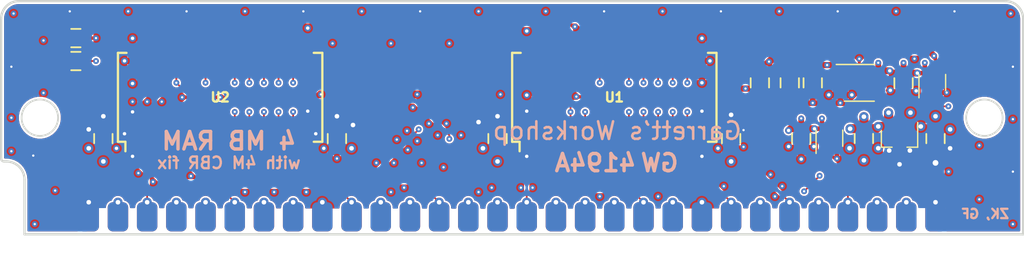
<source format=kicad_pcb>
(kicad_pcb (version 20171130) (host pcbnew "(5.1.10-1-10_14)")
  (title_block (title GW4194A) (date 2021-06-19) (rev 1.0-SOJ) (company "Garrett's Workshop"))
  (layers (0 F.Cu signal) (1 In1.Cu power) (2 In2.Cu signal) (31 B.Cu power) (34 B.Paste user) (35 F.Paste user) (36 B.SilkS user) (37 F.SilkS user) (38 B.Mask user) (39 F.Mask user) (44 Edge.Cuts user))
  (net 0 "")
  (net 1 +5V)
  (net 2 /D0)
  (net 3 /D1)
  (net 4 /~WE~)
  (net 5 /~RAS~)
  (net 6 /~CAS~)
  (net 7 /D2)
  (net 8 /D3)
  (net 9 GND)
  (net 10 /D4)
  (net 11 /D5)
  (net 12 /D6)
  (net 13 /A11)
  (net 14 /D7)
  (net 15 /QP)
  (net 16 /~CASP~)
  (net 17 /DP)
  (net 18 /1A0)
  (net 19 /1A1)
  (net 20 /1A2)
  (net 21 /1A3)
  (net 22 /1A4)
  (net 23 /1A5)
  (net 24 /1A6)
  (net 25 /1A7)
  (net 26 /1A8)
  (net 27 /1A10)
  (net 28 /1A9)
  (net 29 /~RWE~)
  (net 30 /~OE~)
  (net 31 /~WEE~)
  (net 32 "Net-(U4-Pad5)")
  (net 33 +3V3)
  (net 34 "Net-(R3-Pad2)")
  (net 35 "Net-(R4-Pad2)")
  (net 36 "Net-(C9-Pad1)")
  (module stdpads:NXP_TSSOP-8_3x3mm_P0.65mm (layer F.Cu) (at 150.85 88.4)
    (fp_text reference U4)
    (fp_text value 74LVC1G74DC)
    (pad 8 smd roundrect (at 1.65 -1.05) (size 1.15 0.6) (layers F.Cu F.Paste F.Mask) (net 33 +3V3))
    (pad 7 smd roundrect (at 1.65 -0.325) (size 1.15 0.45) (layers F.Cu F.Paste F.Mask) (net 33 +3V3))
    (pad 6 smd roundrect (at 1.65 0.325) (size 1.15 0.45) (layers F.Cu F.Paste F.Mask) (net 34 "Net-(R3-Pad2)"))
    (pad 5 smd roundrect (at 1.65 1.05) (size 1.15 0.6) (layers F.Cu F.Paste F.Mask) (net 32 "Net-(U4-Pad5)"))
    (pad 4 smd roundrect (at -1.65 1.05) (size 1.15 0.6) (layers F.Cu F.Paste F.Mask) (net 9 GND))
    (pad 3 smd roundrect (at -1.65 0.325) (size 1.15 0.4) (layers F.Cu F.Paste F.Mask) (net 31 /~WEE~))
    (pad 2 smd roundrect (at -1.65 -0.325) (size 1.15 0.4) (layers F.Cu F.Paste F.Mask) (net 6 /~CAS~))
    (pad 1 smd roundrect (at -1.65 -1.05) (size 1.15 0.6) (layers F.Cu F.Paste F.Mask) (net 36 "Net-(C9-Pad1)"))
  )
  (module stdpads:SIMM-30_Edge (layer F.Cu) (at 120.65 99.822)
    (fp_text reference J1)
    (fp_text value DRAM-SIMM-30)
    (pad 1 smd roundrect (at -36.83 0.254) (size 1.778 2.54) (layers B.Cu B.Mask) (net 1 +5V))
    (pad 1 smd roundrect (at -36.83 0.254) (size 1.778 2.54) (layers F.Cu F.Mask) (net 1 +5V))
    (pad 2 smd roundrect (at -34.29 0.254) (size 1.778 2.54) (layers B.Cu B.Mask) (net 6 /~CAS~))
    (pad 3 smd roundrect (at -31.75 0.254) (size 1.778 2.54) (layers B.Cu B.Mask) (net 2 /D0))
    (pad 4 smd roundrect (at -29.21 0.254) (size 1.778 2.54) (layers B.Cu B.Mask) (net 22 /1A4))
    (pad 5 smd roundrect (at -26.67 0.254) (size 1.778 2.54) (layers B.Cu B.Mask) (net 21 /1A3))
    (pad 6 smd roundrect (at -24.13 0.254) (size 1.778 2.54) (layers B.Cu B.Mask) (net 3 /D1))
    (pad 7 smd roundrect (at -21.59 0.254) (size 1.778 2.54) (layers B.Cu B.Mask) (net 23 /1A5))
    (pad 8 smd roundrect (at -19.05 0.254) (size 1.778 2.54) (layers B.Cu B.Mask) (net 20 /1A2))
    (pad 9 smd roundrect (at -16.51 0.254) (size 1.778 2.54) (layers B.Cu B.Mask) (net 9 GND))
    (pad 10 smd roundrect (at -13.97 0.254) (size 1.778 2.54) (layers B.Cu B.Mask) (net 7 /D2))
    (pad 11 smd roundrect (at -11.43 0.254) (size 1.778 2.54) (layers B.Cu B.Mask) (net 24 /1A6))
    (pad 12 smd roundrect (at -8.89 0.254) (size 1.778 2.54) (layers B.Cu B.Mask) (net 19 /1A1))
    (pad 13 smd roundrect (at -6.35 0.254) (size 1.778 2.54) (layers B.Cu B.Mask) (net 8 /D3))
    (pad 14 smd roundrect (at -3.81 0.254) (size 1.778 2.54) (layers B.Cu B.Mask) (net 25 /1A7))
    (pad 15 smd roundrect (at -1.27 0.254) (size 1.778 2.54) (layers B.Cu B.Mask) (net 18 /1A0))
    (pad 16 smd roundrect (at 1.27 0.254) (size 1.778 2.54) (layers B.Cu B.Mask) (net 10 /D4))
    (pad 17 smd roundrect (at 3.81 0.254) (size 1.778 2.54) (layers B.Cu B.Mask) (net 26 /1A8))
    (pad 18 smd roundrect (at 6.35 0.254) (size 1.778 2.54) (layers B.Cu B.Mask) (net 27 /1A10))
    (pad 19 smd roundrect (at 8.89 0.254) (size 1.778 2.54) (layers B.Cu B.Mask) (net 28 /1A9))
    (pad 20 smd roundrect (at 11.43 0.254) (size 1.778 2.54) (layers B.Cu B.Mask) (net 11 /D5))
    (pad 21 smd roundrect (at 13.97 0.254) (size 1.778 2.54) (layers B.Cu B.Mask) (net 4 /~WE~))
    (pad 22 smd roundrect (at 16.51 0.254) (size 1.778 2.54) (layers B.Cu B.Mask) (net 9 GND))
    (pad 23 smd roundrect (at 19.05 0.254) (size 1.778 2.54) (layers B.Cu B.Mask) (net 12 /D6))
    (pad 24 smd roundrect (at 21.59 0.254) (size 1.778 2.54) (layers B.Cu B.Mask) (net 13 /A11))
    (pad 25 smd roundrect (at 24.13 0.254) (size 1.778 2.54) (layers B.Cu B.Mask) (net 14 /D7))
    (pad 26 smd roundrect (at 26.67 0.254) (size 1.778 2.54) (layers B.Cu B.Mask) (net 15 /QP))
    (pad 27 smd roundrect (at 29.21 0.254) (size 1.778 2.54) (layers B.Cu B.Mask) (net 5 /~RAS~))
    (pad 28 smd roundrect (at 31.75 0.254) (size 1.778 2.54) (layers B.Cu B.Mask) (net 16 /~CASP~))
    (pad 29 smd roundrect (at 34.29 0.254) (size 1.778 2.54) (layers B.Cu B.Mask) (net 17 /DP))
    (pad 30 smd roundrect (at 36.83 0.254) (size 1.778 2.54) (layers B.Cu B.Mask) (net 1 +5V))
    (pad 2 smd roundrect (at -34.29 0.254) (size 1.778 2.54) (layers F.Cu F.Mask) (net 6 /~CAS~))
    (pad 3 thru_hole circle (at -31.75 -1.016) (size 0.8 0.8) (drill 0.4) (layers *.Cu *.Mask) (net 2 /D0))
    (pad 11 smd roundrect (at -11.43 0.254) (size 1.778 2.54) (layers F.Cu F.Mask) (net 24 /1A6))
    (pad 5 smd roundrect (at -26.67 0.254) (size 1.778 2.54) (layers F.Cu F.Mask) (net 21 /1A3))
    (pad 12 smd roundrect (at -8.89 0.254) (size 1.778 2.54) (layers F.Cu F.Mask) (net 19 /1A1))
    (pad 26 smd roundrect (at 26.67 0.254) (size 1.778 2.54) (layers F.Cu F.Mask) (net 15 /QP))
    (pad 13 smd roundrect (at -6.35 0.254) (size 1.778 2.54) (layers F.Cu F.Mask) (net 8 /D3))
    (pad 14 smd roundrect (at -3.81 0.254) (size 1.778 2.54) (layers F.Cu F.Mask) (net 25 /1A7))
    (pad 4 smd roundrect (at -29.21 0.254) (size 1.778 2.54) (layers F.Cu F.Mask) (net 22 /1A4))
    (pad 29 smd roundrect (at 34.29 0.254) (size 1.778 2.54) (layers F.Cu F.Mask) (net 17 /DP))
    (pad 3 smd roundrect (at -31.75 0.254) (size 1.778 2.54) (layers F.Cu F.Mask) (net 2 /D0))
    (pad 24 smd roundrect (at 21.59 0.254) (size 1.778 2.54) (layers F.Cu F.Mask) (net 13 /A11))
    (pad 16 smd roundrect (at 1.27 0.254) (size 1.778 2.54) (layers F.Cu F.Mask) (net 10 /D4))
    (pad 20 smd roundrect (at 11.43 0.254) (size 1.778 2.54) (layers F.Cu F.Mask) (net 11 /D5))
    (pad 23 smd roundrect (at 19.05 0.254) (size 1.778 2.54) (layers F.Cu F.Mask) (net 12 /D6))
    (pad 9 smd roundrect (at -16.51 0.254) (size 1.778 2.54) (layers F.Cu F.Mask) (net 9 GND))
    (pad 18 smd roundrect (at 6.35 0.254) (size 1.778 2.54) (layers F.Cu F.Mask) (net 27 /1A10))
    (pad 21 smd roundrect (at 13.97 0.254) (size 1.778 2.54) (layers F.Cu F.Mask) (net 4 /~WE~))
    (pad 19 smd roundrect (at 8.89 0.254) (size 1.778 2.54) (layers F.Cu F.Mask) (net 28 /1A9))
    (pad 10 smd roundrect (at -13.97 0.254) (size 1.778 2.54) (layers F.Cu F.Mask) (net 7 /D2))
    (pad 22 smd roundrect (at 16.51 0.254) (size 1.778 2.54) (layers F.Cu F.Mask) (net 9 GND))
    (pad 6 smd roundrect (at -24.13 0.254) (size 1.778 2.54) (layers F.Cu F.Mask) (net 3 /D1))
    (pad 17 smd roundrect (at 3.81 0.254) (size 1.778 2.54) (layers F.Cu F.Mask) (net 26 /1A8))
    (pad 7 smd roundrect (at -21.59 0.254) (size 1.778 2.54) (layers F.Cu F.Mask) (net 23 /1A5))
    (pad 8 smd roundrect (at -19.05 0.254) (size 1.778 2.54) (layers F.Cu F.Mask) (net 20 /1A2))
    (pad 27 smd roundrect (at 29.21 0.254) (size 1.778 2.54) (layers F.Cu F.Mask) (net 5 /~RAS~))
    (pad 28 smd roundrect (at 31.75 0.254) (size 1.778 2.54) (layers F.Cu F.Mask) (net 16 /~CASP~))
    (pad 30 smd roundrect (at 36.83 0.254) (size 1.778 2.54) (layers F.Cu F.Mask) (net 1 +5V))
    (pad 15 smd roundrect (at -1.27 0.254) (size 1.778 2.54) (layers F.Cu F.Mask) (net 18 /1A0))
    (pad 25 smd roundrect (at 24.13 0.254) (size 1.778 2.54) (layers F.Cu F.Mask) (net 14 /D7))
    (pad 2 thru_hole circle (at -34.29 -1.016) (size 0.8 0.8) (drill 0.4) (layers *.Cu *.Mask) (net 6 /~CAS~))
    (pad 1 thru_hole circle (at -36.83 -1.016) (size 0.8 0.8) (drill 0.4) (layers *.Cu *.Mask) (net 1 +5V))
    (pad 5 thru_hole circle (at -26.67 -1.016) (size 0.8 0.8) (drill 0.4) (layers *.Cu *.Mask) (net 21 /1A3))
    (pad 4 thru_hole circle (at -29.21 -1.016) (size 0.8 0.8) (drill 0.4) (layers *.Cu *.Mask) (net 22 /1A4))
    (pad 6 thru_hole circle (at -24.13 -1.016) (size 0.8 0.8) (drill 0.4) (layers *.Cu *.Mask) (net 3 /D1))
    (pad 7 thru_hole circle (at -21.59 -1.016) (size 0.8 0.8) (drill 0.4) (layers *.Cu *.Mask) (net 23 /1A5))
    (pad 9 thru_hole circle (at -16.51 -1.016) (size 0.8 0.8) (drill 0.4) (layers *.Cu *.Mask) (net 9 GND))
    (pad 8 thru_hole circle (at -19.05 -1.016) (size 0.8 0.8) (drill 0.4) (layers *.Cu *.Mask) (net 20 /1A2))
    (pad 11 thru_hole circle (at -11.43 -1.016) (size 0.8 0.8) (drill 0.4) (layers *.Cu *.Mask) (net 24 /1A6))
    (pad 10 thru_hole circle (at -13.97 -1.016) (size 0.8 0.8) (drill 0.4) (layers *.Cu *.Mask) (net 7 /D2))
    (pad 12 thru_hole circle (at -8.89 -1.016) (size 0.8 0.8) (drill 0.4) (layers *.Cu *.Mask) (net 19 /1A1))
    (pad 14 thru_hole circle (at -3.81 -1.016) (size 0.8 0.8) (drill 0.4) (layers *.Cu *.Mask) (net 25 /1A7))
    (pad 13 thru_hole circle (at -6.35 -1.016) (size 0.8 0.8) (drill 0.4) (layers *.Cu *.Mask) (net 8 /D3))
    (pad 15 thru_hole circle (at -1.27 -1.016) (size 0.8 0.8) (drill 0.4) (layers *.Cu *.Mask) (net 18 /1A0))
    (pad 17 thru_hole circle (at 3.81 -1.016) (size 0.8 0.8) (drill 0.4) (layers *.Cu *.Mask) (net 26 /1A8))
    (pad 16 thru_hole circle (at 1.27 -1.016) (size 0.8 0.8) (drill 0.4) (layers *.Cu *.Mask) (net 10 /D4))
    (pad 18 thru_hole circle (at 6.35 -1.016) (size 0.8 0.8) (drill 0.4) (layers *.Cu *.Mask) (net 27 /1A10))
    (pad 27 thru_hole circle (at 29.21 -1.016) (size 0.8 0.8) (drill 0.4) (layers *.Cu *.Mask) (net 5 /~RAS~))
    (pad 26 thru_hole circle (at 26.67 -1.016) (size 0.8 0.8) (drill 0.4) (layers *.Cu *.Mask) (net 15 /QP))
    (pad 28 thru_hole circle (at 31.75 -1.016) (size 0.8 0.8) (drill 0.4) (layers *.Cu *.Mask) (net 16 /~CASP~))
    (pad 21 thru_hole circle (at 13.97 -1.016) (size 0.8 0.8) (drill 0.4) (layers *.Cu *.Mask) (net 4 /~WE~))
    (pad 20 thru_hole circle (at 11.43 -1.016) (size 0.8 0.8) (drill 0.4) (layers *.Cu *.Mask) (net 11 /D5))
    (pad 22 thru_hole circle (at 16.51 -1.016) (size 0.8 0.8) (drill 0.4) (layers *.Cu *.Mask) (net 9 GND))
    (pad 24 thru_hole circle (at 21.59 -1.016) (size 0.8 0.8) (drill 0.4) (layers *.Cu *.Mask) (net 13 /A11))
    (pad 23 thru_hole circle (at 19.05 -1.016) (size 0.8 0.8) (drill 0.4) (layers *.Cu *.Mask) (net 12 /D6))
    (pad 25 thru_hole circle (at 24.13 -1.016) (size 0.8 0.8) (drill 0.4) (layers *.Cu *.Mask) (net 14 /D7))
    (pad 19 thru_hole circle (at 8.89 -1.016) (size 0.8 0.8) (drill 0.4) (layers *.Cu *.Mask) (net 28 /1A9))
    (pad 29 thru_hole circle (at 34.29 -1.016) (size 0.8 0.8) (drill 0.4) (layers *.Cu *.Mask) (net 17 /DP))
    (pad 30 thru_hole circle (at 36.83 -1.016) (size 0.8 0.8) (drill 0.4) (layers *.Cu *.Mask) (net 1 +5V))
  )
  (module stdpads:R_0805 (layer F.Cu) (at 142.2 88.4 90)
    (fp_text reference R4)
    (fp_text value 100)
    (pad 2 smd roundrect (at 0.95 0 90) (size 0.85 1.4) (layers F.Cu F.Paste F.Mask) (net 35 "Net-(R4-Pad2)"))
    (pad 1 smd roundrect (at -0.95 0 90) (size 0.85 1.4) (layers F.Cu F.Paste F.Mask) (net 29 /~RWE~))
  )
  (module stdpads:C_0805 (layer F.Cu) (at 145.8 93.25 270)
    (fp_text reference C6)
    (fp_text value 2u2)
    (pad 2 smd roundrect (at 0.85 0 270) (size 1.05 1.4) (layers F.Cu F.Paste F.Mask) (net 9 GND))
    (pad 1 smd roundrect (at -0.85 0 270) (size 1.05 1.4) (layers F.Cu F.Paste F.Mask) (net 33 +3V3))
  )
  (module stdpads:C_0805 (layer F.Cu) (at 151.25 93.25 270)
    (fp_text reference C7 hide)
    (fp_text value 2u2 hide)
    (pad 1 smd roundrect (at -0.85 0 270) (size 1.05 1.4) (layers F.Cu F.Paste F.Mask) (net 33 +3V3))
    (pad 2 smd roundrect (at 0.85 0 270) (size 1.05 1.4) (layers F.Cu F.Paste F.Mask) (net 9 GND))
  )
  (module stdpads:C_0805 (layer F.Cu) (at 85.09 93.257 270)
    (fp_text reference C1 hide)
    (fp_text value 2u2 hide)
    (pad 1 smd roundrect (at -0.85 0 270) (size 1.05 1.4) (layers F.Cu F.Paste F.Mask) (net 1 +5V))
    (pad 2 smd roundrect (at 0.85 0 270) (size 1.05 1.4) (layers F.Cu F.Paste F.Mask) (net 9 GND))
  )
  (module stdpads:C_0805 (layer F.Cu) (at 105.41 93.257 270)
    (fp_text reference C2 hide)
    (fp_text value 2u2 hide)
    (pad 2 smd roundrect (at 0.85 0 270) (size 1.05 1.4) (layers F.Cu F.Paste F.Mask) (net 9 GND))
    (pad 1 smd roundrect (at -0.85 0 270) (size 1.05 1.4) (layers F.Cu F.Paste F.Mask) (net 1 +5V))
  )
  (module stdpads:C_0805 (layer F.Cu) (at 119.38 93.257 270)
    (fp_text reference C3 hide)
    (fp_text value 2u2 hide)
    (pad 1 smd roundrect (at -0.85 0 270) (size 1.05 1.4) (layers F.Cu F.Paste F.Mask) (net 1 +5V))
    (pad 2 smd roundrect (at 0.85 0 270) (size 1.05 1.4) (layers F.Cu F.Paste F.Mask) (net 9 GND))
  )
  (module stdpads:C_0805 (layer F.Cu) (at 157.48 93.257 90)
    (fp_text reference C5 hide)
    (fp_text value 2u2 hide)
    (pad 1 smd roundrect (at -0.85 0 90) (size 1.05 1.4) (layers F.Cu F.Paste F.Mask) (net 1 +5V))
    (pad 2 smd roundrect (at 0.85 0 90) (size 1.05 1.4) (layers F.Cu F.Paste F.Mask) (net 9 GND))
  )
  (module stdpads:R_0805 (layer F.Cu) (at 82.7 86.5 180)
    (fp_text reference R1)
    (fp_text value EDO)
    (pad 2 smd roundrect (at 0.95 0 180) (size 0.85 1.4) (layers F.Cu F.Paste F.Mask) (net 30 /~OE~))
    (pad 1 smd roundrect (at -0.95 0 180) (size 0.85 1.4) (layers F.Cu F.Paste F.Mask) (net 6 /~CAS~))
  )
  (module stdpads:R_0805 (layer F.Cu) (at 82.7 84.5)
    (fp_text reference R2)
    (fp_text value FPM)
    (pad 1 smd roundrect (at -0.95 0) (size 0.85 1.4) (layers F.Cu F.Paste F.Mask) (net 30 /~OE~))
    (pad 2 smd roundrect (at 0.95 0) (size 0.85 1.4) (layers F.Cu F.Paste F.Mask) (net 9 GND))
  )
  (module stdpads:SOT-23 (layer F.Cu) (at 154.35 93.25 90)
    (fp_text reference U6)
    (fp_text value XC6206PxxxMR)
    (pad 3 smd roundrect (at -1.05 0 270) (size 1.35 0.8) (layers F.Cu F.Paste F.Mask) (net 1 +5V))
    (pad 2 smd roundrect (at 1.05 -0.95 270) (size 1.35 0.8) (layers F.Cu F.Paste F.Mask) (net 33 +3V3))
    (pad 1 smd roundrect (at 1.05 0.95 270) (size 1.35 0.8) (layers F.Cu F.Paste F.Mask) (net 9 GND))
  )
  (module stdpads:C_0805 (layer F.Cu) (at 154.7 88.4 270)
    (fp_text reference C8)
    (fp_text value 2u2)
    (pad 1 smd roundrect (at -0.85 0 270) (size 1.05 1.4) (layers F.Cu F.Paste F.Mask) (net 33 +3V3))
    (pad 2 smd roundrect (at 0.85 0 270) (size 1.05 1.4) (layers F.Cu F.Paste F.Mask) (net 9 GND))
  )
  (module stdpads:C_0805 (layer F.Cu) (at 146.8 88.4 270)
    (fp_text reference C9)
    (fp_text value 22p)
    (pad 2 smd roundrect (at 0.85 0 270) (size 1.05 1.4) (layers F.Cu F.Paste F.Mask) (net 9 GND))
    (pad 1 smd roundrect (at -0.85 0 270) (size 1.05 1.4) (layers F.Cu F.Paste F.Mask) (net 36 "Net-(C9-Pad1)"))
  )
  (module stdpads:SOT-353 (layer F.Cu) (at 148.25 93.25 270)
    (fp_text reference U3)
    (fp_text value 74LVC1G04)
    (pad 5 smd roundrect (at -0.85 0.65 90) (size 1 0.4) (layers F.Cu F.Paste F.Mask) (net 33 +3V3))
    (pad 4 smd roundrect (at -0.85 -0.65 90) (size 1 0.4) (layers F.Cu F.Paste F.Mask) (net 34 "Net-(R3-Pad2)"))
    (pad 2 smd roundrect (at 0.85 0 90) (size 1 0.4) (layers F.Cu F.Paste F.Mask) (net 5 /~RAS~))
    (pad 1 smd roundrect (at 0.85 0.65 90) (size 1 0.4) (layers F.Cu F.Paste F.Mask))
    (pad 3 smd roundrect (at 0.85 -0.65 90) (size 1 0.4) (layers F.Cu F.Paste F.Mask) (net 9 GND))
  )
  (module stdpads:SOT-353 (layer F.Cu) (at 157.2 88.4 270)
    (fp_text reference U5)
    (fp_text value 74LVC1G32)
    (pad 3 smd roundrect (at 0.85 -0.65 90) (size 1 0.4) (layers F.Cu F.Paste F.Mask) (net 9 GND))
    (pad 1 smd roundrect (at 0.85 0.65 90) (size 1 0.4) (layers F.Cu F.Paste F.Mask) (net 4 /~WE~))
    (pad 2 smd roundrect (at 0.85 0 90) (size 1 0.4) (layers F.Cu F.Paste F.Mask) (net 31 /~WEE~))
    (pad 4 smd roundrect (at -0.85 -0.65 90) (size 1 0.4) (layers F.Cu F.Paste F.Mask) (net 35 "Net-(R4-Pad2)"))
    (pad 5 smd roundrect (at -0.85 0.65 90) (size 1 0.4) (layers F.Cu F.Paste F.Mask) (net 33 +3V3))
  )
  (module stdpads:R_0805 (layer F.Cu) (at 144.8 88.4 270)
    (fp_text reference R3)
    (fp_text value 100)
    (pad 1 smd roundrect (at -0.95 0 270) (size 0.85 1.4) (layers F.Cu F.Paste F.Mask) (net 36 "Net-(C9-Pad1)"))
    (pad 2 smd roundrect (at 0.95 0 270) (size 0.85 1.4) (layers F.Cu F.Paste F.Mask) (net 34 "Net-(R3-Pad2)"))
  )
  (module stdpads:SOJ-24-26_300mil (layer F.Cu) (at 129.54 89.662 90)
    (fp_text reference U1)
    (fp_text value 4C4M4)
    (fp_text user %R (at 0 0) (layer F.SilkS) (effects (font (size 0.8128 0.8128) (thickness 0.2032))))
    (pad 8 smd roundrect (at -3.175 1.27 90) (size 3.048 0.6) (layers F.Cu F.Paste F.Mask) (net 27 /1A10))
    (pad 19 smd roundrect (at 3.175 1.27 90) (size 3.048 0.6) (layers F.Cu F.Paste F.Mask) (net 26 /1A8))
    (pad 6 smd roundrect (at -3.175 -1.27 90) (size 3.048 0.6) (layers F.Cu F.Paste F.Mask))
    (pad 21 smd roundrect (at 3.175 -1.27 90) (size 3.048 0.6) (layers F.Cu F.Paste F.Mask) (net 28 /1A9))
    (pad 1 smd roundrect (at -3.175 -7.62 90) (size 3.048 0.6) (layers F.Cu F.Paste F.Mask) (net 1 +5V))
    (pad 2 smd roundrect (at -3.175 -6.35 90) (size 3.048 0.6) (layers F.Cu F.Paste F.Mask) (net 11 /D5))
    (pad 3 smd roundrect (at -3.175 -5.08 90) (size 3.048 0.6) (layers F.Cu F.Paste F.Mask) (net 14 /D7))
    (pad 4 smd roundrect (at -3.175 -3.81 90) (size 3.048 0.6) (layers F.Cu F.Paste F.Mask) (net 29 /~RWE~))
    (pad 5 smd roundrect (at -3.175 -2.54 90) (size 3.048 0.6) (layers F.Cu F.Paste F.Mask) (net 5 /~RAS~))
    (pad 9 smd roundrect (at -3.175 2.54 90) (size 3.048 0.6) (layers F.Cu F.Paste F.Mask) (net 18 /1A0))
    (pad 10 smd roundrect (at -3.175 3.81 90) (size 3.048 0.6) (layers F.Cu F.Paste F.Mask) (net 19 /1A1))
    (pad 11 smd roundrect (at -3.175 5.08 90) (size 3.048 0.6) (layers F.Cu F.Paste F.Mask) (net 20 /1A2))
    (pad 12 smd roundrect (at -3.175 6.35 90) (size 3.048 0.6) (layers F.Cu F.Paste F.Mask) (net 21 /1A3))
    (pad 13 smd roundrect (at -3.175 7.62 90) (size 3.048 0.6) (layers F.Cu F.Paste F.Mask) (net 1 +5V))
    (pad 15 smd roundrect (at 3.175 6.35 90) (size 3.048 0.6) (layers F.Cu F.Paste F.Mask) (net 22 /1A4))
    (pad 16 smd roundrect (at 3.175 5.08 90) (size 3.048 0.6) (layers F.Cu F.Paste F.Mask) (net 23 /1A5))
    (pad 17 smd roundrect (at 3.175 3.81 90) (size 3.048 0.6) (layers F.Cu F.Paste F.Mask) (net 24 /1A6))
    (pad 18 smd roundrect (at 3.175 2.54 90) (size 3.048 0.6) (layers F.Cu F.Paste F.Mask) (net 25 /1A7))
    (pad 22 smd roundrect (at 3.175 -2.54 90) (size 3.048 0.6) (layers F.Cu F.Paste F.Mask) (net 30 /~OE~))
    (pad 23 smd roundrect (at 3.175 -3.81 90) (size 3.048 0.6) (layers F.Cu F.Paste F.Mask) (net 6 /~CAS~))
    (pad 24 smd roundrect (at 3.175 -5.08 90) (size 3.048 0.6) (layers F.Cu F.Paste F.Mask) (net 12 /D6))
    (pad 25 smd roundrect (at 3.175 -6.35 90) (size 3.048 0.6) (layers F.Cu F.Paste F.Mask) (net 10 /D4))
    (pad 26 smd roundrect (at 3.175 -7.62 90) (size 3.048 0.6) (layers F.Cu F.Paste F.Mask) (net 9 GND))
    (pad 14 smd roundrect (at 3.175 7.62 90) (size 3.048 0.6) (layers F.Cu F.Paste F.Mask) (net 9 GND))
  )
  (module stdpads:SOJ-24-26_300mil (layer F.Cu) (at 95.25 89.662 90)
    (fp_text reference U2)
    (fp_text value 4C4M4)
    (fp_text user %R (at 0 0) (layer F.SilkS) (effects (font (size 0.8128 0.8128) (thickness 0.2032))))
    (pad 14 smd roundrect (at 3.175 7.62 90) (size 3.048 0.6) (layers F.Cu F.Paste F.Mask) (net 9 GND))
    (pad 26 smd roundrect (at 3.175 -7.62 90) (size 3.048 0.6) (layers F.Cu F.Paste F.Mask) (net 9 GND))
    (pad 25 smd roundrect (at 3.175 -6.35 90) (size 3.048 0.6) (layers F.Cu F.Paste F.Mask) (net 2 /D0))
    (pad 24 smd roundrect (at 3.175 -5.08 90) (size 3.048 0.6) (layers F.Cu F.Paste F.Mask) (net 7 /D2))
    (pad 23 smd roundrect (at 3.175 -3.81 90) (size 3.048 0.6) (layers F.Cu F.Paste F.Mask) (net 6 /~CAS~))
    (pad 22 smd roundrect (at 3.175 -2.54 90) (size 3.048 0.6) (layers F.Cu F.Paste F.Mask) (net 30 /~OE~))
    (pad 18 smd roundrect (at 3.175 2.54 90) (size 3.048 0.6) (layers F.Cu F.Paste F.Mask) (net 24 /1A6))
    (pad 17 smd roundrect (at 3.175 3.81 90) (size 3.048 0.6) (layers F.Cu F.Paste F.Mask) (net 25 /1A7))
    (pad 16 smd roundrect (at 3.175 5.08 90) (size 3.048 0.6) (layers F.Cu F.Paste F.Mask) (net 26 /1A8))
    (pad 15 smd roundrect (at 3.175 6.35 90) (size 3.048 0.6) (layers F.Cu F.Paste F.Mask) (net 28 /1A9))
    (pad 13 smd roundrect (at -3.175 7.62 90) (size 3.048 0.6) (layers F.Cu F.Paste F.Mask) (net 1 +5V))
    (pad 12 smd roundrect (at -3.175 6.35 90) (size 3.048 0.6) (layers F.Cu F.Paste F.Mask) (net 27 /1A10))
    (pad 11 smd roundrect (at -3.175 5.08 90) (size 3.048 0.6) (layers F.Cu F.Paste F.Mask) (net 18 /1A0))
    (pad 10 smd roundrect (at -3.175 3.81 90) (size 3.048 0.6) (layers F.Cu F.Paste F.Mask) (net 19 /1A1))
    (pad 9 smd roundrect (at -3.175 2.54 90) (size 3.048 0.6) (layers F.Cu F.Paste F.Mask) (net 20 /1A2))
    (pad 5 smd roundrect (at -3.175 -2.54 90) (size 3.048 0.6) (layers F.Cu F.Paste F.Mask) (net 5 /~RAS~))
    (pad 4 smd roundrect (at -3.175 -3.81 90) (size 3.048 0.6) (layers F.Cu F.Paste F.Mask) (net 29 /~RWE~))
    (pad 3 smd roundrect (at -3.175 -5.08 90) (size 3.048 0.6) (layers F.Cu F.Paste F.Mask) (net 8 /D3))
    (pad 2 smd roundrect (at -3.175 -6.35 90) (size 3.048 0.6) (layers F.Cu F.Paste F.Mask) (net 3 /D1))
    (pad 1 smd roundrect (at -3.175 -7.62 90) (size 3.048 0.6) (layers F.Cu F.Paste F.Mask) (net 1 +5V))
    (pad 21 smd roundrect (at 3.175 -1.27 90) (size 3.048 0.6) (layers F.Cu F.Paste F.Mask) (net 22 /1A4))
    (pad 6 smd roundrect (at -3.175 -1.27 90) (size 3.048 0.6) (layers F.Cu F.Paste F.Mask))
    (pad 19 smd roundrect (at 3.175 1.27 90) (size 3.048 0.6) (layers F.Cu F.Paste F.Mask) (net 23 /1A5))
    (pad 8 smd roundrect (at -3.175 1.27 90) (size 3.048 0.6) (layers F.Cu F.Paste F.Mask) (net 21 /1A3))
  )
  (module stdpads:C_0805 (layer F.Cu) (at 139.7 93.257 270)
    (fp_text reference C4)
    (fp_text value 2u2)
    (pad 1 smd roundrect (at -0.85 0 270) (size 1.05 1.4) (layers F.Cu F.Paste F.Mask) (net 1 +5V))
    (pad 2 smd roundrect (at 0.85 0 270) (size 1.05 1.4) (layers F.Cu F.Paste F.Mask) (net 9 GND))
  )
  (gr_text "ZK, GF" (at 161.798 99.822) (layer B.SilkS) (effects (font (size 0.8128 0.8128) (thickness 0.2032)) (justify mirror)))
  (gr_arc (start 76.6445 96.8375) (end 78.232 96.8375) (angle -90) (layer Edge.Cuts) (width 0.2))
  (gr_arc (start 76.454 94.996) (end 76.2 94.996) (angle -90) (layer Edge.Cuts) (width 0.2))
  (gr_line (start 78.232 101.6) (end 78.232 96.8375) (layer Edge.Cuts) (width 0.2))
  (gr_line (start 76.6445 95.25) (end 76.454 95.25) (layer Edge.Cuts) (width 0.2))
  (gr_text "4 MB RAM" (at 96.012 93.472) (layer B.SilkS) (effects (font (size 1.524 1.524) (thickness 0.3)) (justify mirror)))
  (gr_text "with 4M CBR fix" (at 96.012 95.377) (layer B.SilkS) (effects (font (size 1.016 1.016) (thickness 0.2032)) (justify mirror)))
  (gr_text "Garrett’s Workshop" (at 129.794 92.583) (layer B.SilkS) (effects (font (size 1.524 1.524) (thickness 0.225)) (justify mirror)))
  (gr_arc (start 77.724 82.804) (end 77.724 81.28) (angle -90) (layer Edge.Cuts) (width 0.2))
  (gr_arc (start 163.576 82.804) (end 165.1 82.804) (angle -90) (layer Edge.Cuts) (width 0.2))
  (gr_text 4194A (at 127.889 95.377) (layer B.SilkS) (effects (font (size 1.5 1.5) (thickness 0.3)) (justify mirror)))
  (gr_text GW (at 133.477 95.377) (layer B.SilkS) (effects (font (size 1.5 1.5) (thickness 0.3)) (justify mirror)))
  (gr_circle (center 79.5655 91.44) (end 77.978 91.44) (layer Edge.Cuts) (width 0.15))
  (gr_circle (center 161.7345 91.44) (end 163.322 91.44) (layer Edge.Cuts) (width 0.15))
  (gr_line (start 76.2 94.996) (end 76.2 82.804) (layer Edge.Cuts) (width 0.2))
  (gr_line (start 165.1 82.804) (end 165.1 101.6) (layer Edge.Cuts) (width 0.2))
  (gr_line (start 77.724 81.28) (end 163.576 81.28) (layer Edge.Cuts) (width 0.2))
  (gr_line (start 165.1 101.6) (end 78.232 101.6) (layer Edge.Cuts) (width 0.2))
  (segment (start 87.625 94.107) (end 87.63 94.112) (width 0.508) (layer F.Cu) (net 1))
  (segment (start 157.48 98.806) (end 157.48 95.377) (width 1.27) (layer F.Cu) (net 1))
  (segment (start 157.48 95.377) (end 157.48 94.107) (width 0.762) (layer F.Cu) (net 1))
  (via (at 158.75 94.107) (size 0.8) (drill 0.4) (layers F.Cu B.Cu) (net 1))
  (segment (start 157.48 94.107) (end 158.75 94.107) (width 0.8) (layer F.Cu) (net 1))
  (via (at 157.48 95.377) (size 1) (drill 0.5) (layers F.Cu B.Cu) (net 1))
  (via (at 153.45 94.3) (size 0.8) (drill 0.4) (layers F.Cu B.Cu) (net 1))
  (segment (start 154.35 94.3) (end 153.45 94.3) (width 0.8) (layer F.Cu) (net 1))
  (segment (start 154.35 94.3) (end 155.25 94.3) (width 0.8) (layer F.Cu) (net 1))
  (via (at 155.25 94.3) (size 0.8) (drill 0.4) (layers F.Cu B.Cu) (net 1))
  (via (at 154.35 95.5) (size 0.8) (drill 0.4) (layers F.Cu B.Cu) (net 1))
  (segment (start 154.35 94.3) (end 154.35 95.5) (width 0.8) (layer F.Cu) (net 1))
  (via (at 87.63 90.932) (size 0.6) (drill 0.3) (layers F.Cu B.Cu) (net 1))
  (segment (start 87.63 94.112) (end 87.63 90.932) (width 0.6) (layer F.Cu) (net 1))
  (via (at 159.131 82.169) (size 0.508) (drill 0.2) (layers F.Cu B.Cu) (net 1))
  (via (at 148.971 82.169) (size 0.508) (drill 0.2) (layers F.Cu B.Cu) (net 1))
  (via (at 92.329 82.169) (size 0.508) (drill 0.2) (layers F.Cu B.Cu) (net 1))
  (via (at 102.489 82.169) (size 0.508) (drill 0.2) (layers F.Cu B.Cu) (net 1))
  (via (at 138.811 82.169) (size 0.508) (drill 0.2) (layers F.Cu B.Cu) (net 1))
  (via (at 128.651 82.169) (size 0.508) (drill 0.2) (layers F.Cu B.Cu) (net 1))
  (via (at 112.649 82.169) (size 0.508) (drill 0.2) (layers F.Cu B.Cu) (net 1))
  (via (at 82.169 82.169) (size 0.508) (drill 0.2) (layers F.Cu B.Cu) (net 1))
  (via (at 77.089 86.995) (size 0.508) (drill 0.2) (layers F.Cu B.Cu) (net 1))
  (via (at 164.211 86.995) (size 0.508) (drill 0.2) (layers F.Cu B.Cu) (net 1))
  (via (at 164.211 96.139) (size 0.508) (drill 0.2) (layers F.Cu B.Cu) (net 1))
  (via (at 78.994 94.742) (size 0.508) (drill 0.2) (layers F.Cu B.Cu) (net 1))
  (segment (start 155.443 94.107) (end 155.25 94.3) (width 0.8) (layer F.Cu) (net 1))
  (segment (start 157.48 94.107) (end 155.443 94.107) (width 0.8) (layer F.Cu) (net 1))
  (via (at 83.82 92.456) (size 0.8) (drill 0.4) (layers F.Cu B.Cu) (net 1))
  (segment (start 83.869 92.407) (end 83.82 92.456) (width 0.762) (layer F.Cu) (net 1))
  (segment (start 85.09 92.407) (end 83.869 92.407) (width 0.762) (layer F.Cu) (net 1))
  (via (at 85.09 91.313) (size 0.8) (drill 0.4) (layers F.Cu B.Cu) (net 1))
  (segment (start 85.09 92.407) (end 85.09 91.313) (width 0.762) (layer F.Cu) (net 1))
  (via (at 105.41 91.313) (size 0.8) (drill 0.4) (layers F.Cu B.Cu) (net 1))
  (segment (start 105.41 92.407) (end 105.41 91.313) (width 0.762) (layer F.Cu) (net 1))
  (via (at 119.38 91.313) (size 0.8) (drill 0.4) (layers F.Cu B.Cu) (net 1))
  (segment (start 119.38 92.407) (end 119.38 91.313) (width 0.762) (layer F.Cu) (net 1))
  (via (at 117.729 91.821) (size 0.8) (drill 0.4) (layers F.Cu B.Cu) (net 1))
  (segment (start 118.315 92.407) (end 117.729 91.821) (width 0.762) (layer F.Cu) (net 1))
  (segment (start 119.38 92.407) (end 118.315 92.407) (width 0.762) (layer F.Cu) (net 1))
  (via (at 106.807 92.075) (size 0.8) (drill 0.4) (layers F.Cu B.Cu) (net 1))
  (segment (start 106.475 92.407) (end 106.807 92.075) (width 0.762) (layer F.Cu) (net 1))
  (segment (start 105.41 92.407) (end 106.475 92.407) (width 0.762) (layer F.Cu) (net 1))
  (via (at 139.7 91.186) (size 0.8) (drill 0.4) (layers F.Cu B.Cu) (net 1))
  (segment (start 139.7 92.407) (end 139.7 91.186) (width 0.762) (layer F.Cu) (net 1))
  (via (at 140.7795 92.5195) (size 0.508) (drill 0.2) (layers F.Cu B.Cu) (net 1))
  (segment (start 140.667 92.407) (end 140.7795 92.5195) (width 0.508) (layer F.Cu) (net 1))
  (segment (start 139.7 92.407) (end 140.667 92.407) (width 0.508) (layer F.Cu) (net 1))
  (via (at 102.87 90.8685) (size 0.6) (drill 0.3) (layers F.Cu B.Cu) (net 1))
  (segment (start 102.87 92.837) (end 102.87 90.8685) (width 0.6) (layer F.Cu) (net 1))
  (segment (start 105.41 92.407) (end 102.919 92.407) (width 0.6) (layer F.Cu) (net 1))
  (segment (start 102.87 92.456) (end 102.87 92.837) (width 0.6) (layer F.Cu) (net 1))
  (segment (start 102.919 92.407) (end 102.87 92.456) (width 0.6) (layer F.Cu) (net 1))
  (segment (start 85.09 92.407) (end 87.5175 92.407) (width 0.6) (layer F.Cu) (net 1))
  (segment (start 87.63 92.5195) (end 87.63 92.837) (width 0.6) (layer F.Cu) (net 1))
  (segment (start 87.5175 92.407) (end 87.63 92.5195) (width 0.6) (layer F.Cu) (net 1))
  (via (at 87.63 94.8055) (size 0.6) (drill 0.3) (layers F.Cu B.Cu) (net 1))
  (segment (start 87.63 92.837) (end 87.63 94.8055) (width 0.6) (layer F.Cu) (net 1))
  (via (at 86.9315 92.837) (size 0.6) (drill 0.3) (layers F.Cu B.Cu) (net 1))
  (segment (start 87.63 92.837) (end 86.9315 92.837) (width 0.6) (layer F.Cu) (net 1))
  (via (at 103.5685 92.837) (size 0.6) (drill 0.3) (layers F.Cu B.Cu) (net 1))
  (segment (start 102.87 92.837) (end 103.5685 92.837) (width 0.6) (layer F.Cu) (net 1))
  (segment (start 139.7 92.407) (end 137.209 92.407) (width 0.6) (layer F.Cu) (net 1))
  (segment (start 137.16 92.456) (end 137.16 92.837) (width 0.6) (layer F.Cu) (net 1))
  (segment (start 137.209 92.407) (end 137.16 92.456) (width 0.6) (layer F.Cu) (net 1))
  (via (at 137.16 90.8685) (size 0.6) (drill 0.3) (layers F.Cu B.Cu) (net 1))
  (segment (start 137.16 92.837) (end 137.16 90.8685) (width 0.6) (layer F.Cu) (net 1))
  (via (at 137.16 94.8055) (size 0.6) (drill 0.3) (layers F.Cu B.Cu) (net 1))
  (segment (start 137.16 92.837) (end 137.16 94.8055) (width 0.6) (layer F.Cu) (net 1))
  (via (at 121.92 90.8685) (size 0.6) (drill 0.3) (layers F.Cu B.Cu) (net 1))
  (segment (start 121.92 92.837) (end 121.92 90.8685) (width 0.6) (layer F.Cu) (net 1))
  (via (at 121.92 94.8055) (size 0.6) (drill 0.3) (layers F.Cu B.Cu) (net 1))
  (segment (start 121.92 92.837) (end 121.92 94.8055) (width 0.6) (layer F.Cu) (net 1))
  (segment (start 119.38 92.407) (end 121.871 92.407) (width 0.6) (layer F.Cu) (net 1))
  (segment (start 121.92 92.456) (end 121.92 92.837) (width 0.6) (layer F.Cu) (net 1))
  (segment (start 121.871 92.407) (end 121.92 92.456) (width 0.6) (layer F.Cu) (net 1))
  (segment (start 88.9 89.281) (end 88.9 85.962) (width 0.1524) (layer F.Cu) (net 2))
  (segment (start 88.265 89.916) (end 88.9 89.281) (width 0.1524) (layer F.Cu) (net 2))
  (segment (start 88.9 96.266) (end 88.265 95.631) (width 0.1524) (layer F.Cu) (net 2))
  (segment (start 88.9 98.806) (end 88.9 96.266) (width 0.1524) (layer F.Cu) (net 2))
  (segment (start 88.265 95.631) (end 88.265 89.916) (width 0.1524) (layer F.Cu) (net 2))
  (segment (start 88.9 95.758) (end 88.9 94.112) (width 0.1524) (layer F.Cu) (net 3))
  (segment (start 95.504 97.79) (end 90.932 97.79) (width 0.1524) (layer F.Cu) (net 3))
  (segment (start 96.52 98.806) (end 95.504 97.79) (width 0.1524) (layer F.Cu) (net 3))
  (segment (start 90.932 97.79) (end 88.9 95.758) (width 0.1524) (layer F.Cu) (net 3))
  (via (at 146.05 97.8535) (size 0.508) (drill 0.2) (layers F.Cu B.Cu) (net 4))
  (segment (start 156.55 89.25) (end 156.55 90.2) (width 0.1524) (layer F.Cu) (net 4))
  (via (at 158.6 90.45) (size 0.508) (drill 0.2) (layers F.Cu B.Cu) (net 4))
  (segment (start 156.8 90.45) (end 158.6 90.45) (width 0.1524) (layer F.Cu) (net 4))
  (segment (start 156.55 90.2) (end 156.8 90.45) (width 0.1524) (layer F.Cu) (net 4))
  (segment (start 146.7485 97.155) (end 146.05 97.8535) (width 0.1524) (layer F.Cu) (net 4))
  (segment (start 146.7485 97.1515) (end 146.7485 97.155) (width 0.1524) (layer F.Cu) (net 4))
  (segment (start 147.4 96.5) (end 146.7485 97.1515) (width 0.1524) (layer F.Cu) (net 4))
  (via (at 147.4 96.5) (size 0.508) (drill 0.2) (layers F.Cu B.Cu) (net 4))
  (via (at 127 90.932) (size 0.508) (drill 0.2) (layers F.Cu B.Cu) (net 5))
  (segment (start 127 94.112) (end 127 90.932) (width 0.1524) (layer F.Cu) (net 5))
  (via (at 112.522 92.456) (size 0.508) (drill 0.2) (layers F.Cu B.Cu) (net 5))
  (segment (start 92.71 95.758) (end 92.71 93.362) (width 0.1524) (layer F.Cu) (net 5))
  (segment (start 93.345 96.393) (end 92.71 95.758) (width 0.1524) (layer F.Cu) (net 5))
  (segment (start 108.585 96.393) (end 93.345 96.393) (width 0.1524) (layer F.Cu) (net 5))
  (segment (start 112.522 92.456) (end 108.585 96.393) (width 0.1524) (layer F.Cu) (net 5))
  (segment (start 149.85 100.066) (end 149.86 100.076) (width 0.1524) (layer F.Cu) (net 5))
  (segment (start 148.25 94.1) (end 148.25 95.05) (width 0.1524) (layer F.Cu) (net 5))
  (segment (start 149.86 96.66) (end 149.86 98.806) (width 0.1524) (layer F.Cu) (net 5))
  (segment (start 148.25 95.05) (end 149.86 96.66) (width 0.1524) (layer F.Cu) (net 5))
  (segment (start 91.44 88.392) (end 91.44 85.212) (width 0.1524) (layer F.Cu) (net 6))
  (via (at 91.44 88.392) (size 0.508) (drill 0.2) (layers F.Cu B.Cu) (net 6))
  (via (at 84.45 86.5) (size 0.508) (drill 0.2) (layers F.Cu B.Cu) (net 6))
  (segment (start 84.45 86.5) (end 83.65 86.5) (width 0.1524) (layer F.Cu) (net 6))
  (segment (start 92.329 89.281) (end 91.44 88.392) (width 0.1524) (layer F.Cu) (net 6))
  (segment (start 94.869 89.281) (end 92.329 89.281) (width 0.1524) (layer F.Cu) (net 6))
  (segment (start 95.504 89.154) (end 94.996 89.154) (width 0.1524) (layer F.Cu) (net 6))
  (segment (start 94.996 89.154) (end 94.869 89.281) (width 0.1524) (layer F.Cu) (net 6))
  (segment (start 95.631 89.281) (end 95.504 89.154) (width 0.1524) (layer F.Cu) (net 6))
  (segment (start 103.759 88.8365) (end 103.3145 89.281) (width 0.1524) (layer F.Cu) (net 6))
  (segment (start 125.222 83.312) (end 120.015 83.312) (width 0.1524) (layer F.Cu) (net 6))
  (segment (start 125.73 85.212) (end 125.73 83.82) (width 0.1524) (layer F.Cu) (net 6))
  (segment (start 125.73 83.82) (end 125.222 83.312) (width 0.1524) (layer F.Cu) (net 6))
  (segment (start 103.3145 89.281) (end 95.631 89.281) (width 0.1524) (layer F.Cu) (net 6))
  (segment (start 114.4905 88.8365) (end 103.759 88.8365) (width 0.1524) (layer F.Cu) (net 6))
  (segment (start 120.015 83.312) (end 114.4905 88.8365) (width 0.1524) (layer F.Cu) (net 6))
  (segment (start 125.73 88.392) (end 125.73 85.212) (width 0.1524) (layer F.Cu) (net 6))
  (segment (start 137.85 89.25) (end 126.588 89.25) (width 0.1524) (layer F.Cu) (net 6))
  (segment (start 126.588 89.25) (end 125.73 88.392) (width 0.1524) (layer F.Cu) (net 6))
  (segment (start 150.2 86.35) (end 144 86.35) (width 0.1524) (layer F.Cu) (net 6))
  (segment (start 143.5 88.05) (end 143.15 88.4) (width 0.1524) (layer F.Cu) (net 6))
  (segment (start 149.2 88.075) (end 150.225 88.075) (width 0.1524) (layer F.Cu) (net 6))
  (segment (start 143.5 86.85) (end 143.5 88.05) (width 0.1524) (layer F.Cu) (net 6))
  (segment (start 138.7 88.4) (end 137.85 89.25) (width 0.1524) (layer F.Cu) (net 6))
  (segment (start 144 86.35) (end 143.5 86.85) (width 0.1524) (layer F.Cu) (net 6))
  (segment (start 143.15 88.4) (end 138.7 88.4) (width 0.1524) (layer F.Cu) (net 6))
  (segment (start 150.5 86.65) (end 150.2 86.35) (width 0.1524) (layer F.Cu) (net 6))
  (segment (start 150.5 87.8) (end 150.5 86.65) (width 0.1524) (layer F.Cu) (net 6))
  (segment (start 150.225 88.075) (end 150.5 87.8) (width 0.1524) (layer F.Cu) (net 6))
  (segment (start 105.283 97.409) (end 106.68 98.806) (width 0.1524) (layer F.Cu) (net 7))
  (segment (start 91.186 97.409) (end 105.283 97.409) (width 0.1524) (layer F.Cu) (net 7))
  (segment (start 89.535 95.758) (end 91.186 97.409) (width 0.1524) (layer F.Cu) (net 7))
  (segment (start 89.535 89.916) (end 89.535 95.758) (width 0.1524) (layer F.Cu) (net 7))
  (segment (start 90.17 89.281) (end 89.535 89.916) (width 0.1524) (layer F.Cu) (net 7))
  (segment (start 90.17 85.962) (end 90.17 89.281) (width 0.1524) (layer F.Cu) (net 7))
  (segment (start 112.522 97.028) (end 114.3 98.806) (width 0.1524) (layer F.Cu) (net 8))
  (segment (start 91.44 97.028) (end 112.522 97.028) (width 0.1524) (layer F.Cu) (net 8))
  (segment (start 90.17 94.112) (end 90.17 95.758) (width 0.1524) (layer F.Cu) (net 8))
  (segment (start 90.17 95.758) (end 91.44 97.028) (width 0.1524) (layer F.Cu) (net 8))
  (via (at 83.82 94.107) (size 0.8) (drill 0.4) (layers F.Cu B.Cu) (net 9))
  (segment (start 85.09 94.107) (end 83.82 94.107) (width 0.762) (layer F.Cu) (net 9))
  (via (at 85.09 95.25) (size 0.8) (drill 0.4) (layers F.Cu B.Cu) (net 9))
  (segment (start 85.09 94.107) (end 85.09 95.25) (width 0.762) (layer F.Cu) (net 9))
  (via (at 106.68 94.107) (size 0.8) (drill 0.4) (layers F.Cu B.Cu) (net 9))
  (segment (start 105.41 94.107) (end 106.68 94.107) (width 0.762) (layer F.Cu) (net 9))
  (via (at 118.11 94.107) (size 0.8) (drill 0.4) (layers F.Cu B.Cu) (net 9))
  (segment (start 119.38 94.107) (end 118.11 94.107) (width 0.762) (layer F.Cu) (net 9))
  (via (at 119.38 95.25) (size 0.8) (drill 0.4) (layers F.Cu B.Cu) (net 9))
  (segment (start 119.38 94.107) (end 119.38 95.25) (width 0.762) (layer F.Cu) (net 9))
  (via (at 105.41 94.996) (size 0.508) (drill 0.2) (layers F.Cu B.Cu) (net 9))
  (segment (start 105.41 94.107) (end 105.41 94.996) (width 0.508) (layer F.Cu) (net 9))
  (via (at 139.7 95.25) (size 0.8) (drill 0.4) (layers F.Cu B.Cu) (net 9))
  (segment (start 139.7 94.107) (end 139.7 95.25) (width 0.762) (layer F.Cu) (net 9))
  (via (at 140.7795 93.98) (size 0.508) (drill 0.2) (layers F.Cu B.Cu) (net 9))
  (segment (start 140.6525 94.107) (end 140.7795 93.98) (width 0.508) (layer F.Cu) (net 9))
  (segment (start 139.7 94.107) (end 140.6525 94.107) (width 0.508) (layer F.Cu) (net 9))
  (via (at 164.211 91.567) (size 0.508) (drill 0.2) (layers F.Cu B.Cu) (net 9))
  (via (at 77.089 91.44) (size 0.508) (drill 0.2) (layers F.Cu B.Cu) (net 9))
  (via (at 108.839 95.377) (size 0.508) (drill 0.2) (layers F.Cu B.Cu) (net 9))
  (via (at 95.25 89.662) (size 0.508) (drill 0.2) (layers F.Cu B.Cu) (net 9))
  (via (at 112.395 89.408) (size 0.508) (drill 0.2) (layers F.Cu B.Cu) (net 9))
  (via (at 119.634 89.408) (size 0.508) (drill 0.2) (layers F.Cu B.Cu) (net 9))
  (via (at 92.71 96.52) (size 0.508) (drill 0.2) (layers F.Cu B.Cu) (net 9))
  (via (at 111.252 97.536) (size 0.508) (drill 0.2) (layers F.Cu B.Cu) (net 9))
  (via (at 117.729 97.917) (size 0.508) (drill 0.2) (layers F.Cu B.Cu) (net 9))
  (via (at 118.872 97.536) (size 0.508) (drill 0.2) (layers F.Cu B.Cu) (net 9))
  (via (at 139.065 97.409) (size 0.508) (drill 0.2) (layers F.Cu B.Cu) (net 9))
  (via (at 89.408 97.028) (size 0.508) (drill 0.2) (layers F.Cu B.Cu) (net 9))
  (via (at 88.138 96.266) (size 0.508) (drill 0.2) (layers F.Cu B.Cu) (net 9))
  (via (at 143.51 98.298) (size 0.508) (drill 0.2) (layers F.Cu B.Cu) (net 9))
  (via (at 114.681 95.758) (size 0.508) (drill 0.2) (layers F.Cu B.Cu) (net 9))
  (via (at 144.145 97.409) (size 0.508) (drill 0.2) (layers F.Cu B.Cu) (net 9))
  (via (at 143.129 96.393) (size 0.508) (drill 0.2) (layers F.Cu B.Cu) (net 9))
  (via (at 112.014 90.551) (size 0.508) (drill 0.2) (layers F.Cu B.Cu) (net 9))
  (via (at 88.9 90.043) (size 0.508) (drill 0.2) (layers F.Cu B.Cu) (net 9))
  (via (at 87.63 90.043) (size 0.508) (drill 0.2) (layers F.Cu B.Cu) (net 9))
  (via (at 90.17 90.043) (size 0.508) (drill 0.2) (layers F.Cu B.Cu) (net 9))
  (via (at 91.948 89.662) (size 0.508) (drill 0.2) (layers F.Cu B.Cu) (net 9))
  (via (at 126.238 89.5985) (size 0.508) (drill 0.2) (layers F.Cu B.Cu) (net 9))
  (via (at 121.412 97.536) (size 0.508) (drill 0.2) (layers F.Cu B.Cu) (net 9))
  (via (at 122.428 97.536) (size 0.508) (drill 0.2) (layers F.Cu B.Cu) (net 9))
  (via (at 77.2795 82.3595) (size 0.508) (drill 0.2) (layers F.Cu B.Cu) (net 9))
  (via (at 164.0205 82.3595) (size 0.508) (drill 0.2) (layers F.Cu B.Cu) (net 9))
  (via (at 164.211 100.711) (size 0.508) (drill 0.2) (layers F.Cu B.Cu) (net 9))
  (via (at 79.121 100.711) (size 0.508) (drill 0.2) (layers F.Cu B.Cu) (net 9))
  (via (at 77.089 94.361) (size 0.508) (drill 0.2) (layers F.Cu B.Cu) (net 9))
  (via (at 79.883 84.709) (size 0.508) (drill 0.2) (layers F.Cu B.Cu) (net 9))
  (via (at 161.29 93.853) (size 0.508) (drill 0.2) (layers F.Cu B.Cu) (net 9))
  (via (at 161.29 98.552) (size 0.508) (drill 0.2) (layers F.Cu B.Cu) (net 9))
  (via (at 80.899 97.79) (size 0.508) (drill 0.2) (layers F.Cu B.Cu) (net 9))
  (via (at 79.883 89.281) (size 0.508) (drill 0.2) (layers F.Cu B.Cu) (net 9))
  (via (at 133.35 98.298) (size 0.508) (drill 0.2) (layers F.Cu B.Cu) (net 9))
  (via (at 110.109 97.917) (size 0.508) (drill 0.2) (layers F.Cu B.Cu) (net 9))
  (via (at 102.743 97.917) (size 0.508) (drill 0.2) (layers F.Cu B.Cu) (net 9))
  (via (at 99.949 97.917) (size 0.508) (drill 0.2) (layers F.Cu B.Cu) (net 9))
  (via (at 97.409 97.917) (size 0.508) (drill 0.2) (layers F.Cu B.Cu) (net 9))
  (via (at 128.27 98.298) (size 0.508) (drill 0.2) (layers F.Cu B.Cu) (net 9))
  (via (at 158.623 96.139) (size 0.508) (drill 0.2) (layers F.Cu B.Cu) (net 9))
  (via (at 113.411 91.948) (size 0.508) (drill 0.2) (layers F.Cu B.Cu) (net 9))
  (via (at 116.205 92.964) (size 0.508) (drill 0.2) (layers F.Cu B.Cu) (net 9))
  (via (at 114.935 91.948) (size 0.508) (drill 0.2) (layers F.Cu B.Cu) (net 9))
  (via (at 114.173 92.964) (size 0.508) (drill 0.2) (layers F.Cu B.Cu) (net 9))
  (via (at 112.395 93.472) (size 0.508) (drill 0.2) (layers F.Cu B.Cu) (net 9))
  (via (at 112.776 95.377) (size 0.508) (drill 0.2) (layers F.Cu B.Cu) (net 9))
  (via (at 110.363 95.377) (size 0.508) (drill 0.2) (layers F.Cu B.Cu) (net 9))
  (via (at 111.506 92.583) (size 0.508) (drill 0.2) (layers F.Cu B.Cu) (net 9))
  (via (at 110.617 93.345) (size 0.508) (drill 0.2) (layers F.Cu B.Cu) (net 9))
  (via (at 111.5695 94.234) (size 0.508) (drill 0.2) (layers F.Cu B.Cu) (net 9))
  (via (at 104.013 89.408) (size 0.508) (drill 0.2) (layers F.Cu B.Cu) (net 9))
  (via (at 158.75 92.456) (size 0.8) (drill 0.4) (layers F.Cu B.Cu) (net 9))
  (segment (start 158.701 92.407) (end 158.75 92.456) (width 0.8) (layer F.Cu) (net 9))
  (segment (start 157.48 92.407) (end 158.701 92.407) (width 0.8) (layer F.Cu) (net 9))
  (segment (start 83.65 84.5) (end 84.45 84.5) (width 0.1524) (layer F.Cu) (net 9))
  (via (at 84.45 84.5) (size 0.508) (drill 0.2) (layers F.Cu B.Cu) (net 9))
  (segment (start 137.16 85.212) (end 137.16 88.392) (width 0.6) (layer F.Cu) (net 9))
  (via (at 137.16 88.392) (size 0.6) (drill 0.3) (layers F.Cu B.Cu) (net 9))
  (segment (start 157.48 92.407) (end 157.48 91.313) (width 0.8) (layer F.Cu) (net 9))
  (via (at 157.48 91.313) (size 0.8) (drill 0.4) (layers F.Cu B.Cu) (net 9))
  (segment (start 155.3 92.2) (end 155.3 91) (width 0.8) (layer F.Cu) (net 9))
  (via (at 156.2 92.2) (size 0.8) (drill 0.4) (layers F.Cu B.Cu) (net 9))
  (segment (start 155.3 92.2) (end 156.2 92.2) (width 0.8) (layer F.Cu) (net 9))
  (via (at 87.249 82.169) (size 0.508) (drill 0.2) (layers F.Cu B.Cu) (net 9))
  (via (at 97.409 82.169) (size 0.508) (drill 0.2) (layers F.Cu B.Cu) (net 9))
  (via (at 143.891 82.169) (size 0.508) (drill 0.2) (layers F.Cu B.Cu) (net 9))
  (via (at 133.731 82.169) (size 0.508) (drill 0.2) (layers F.Cu B.Cu) (net 9))
  (via (at 107.569 82.169) (size 0.508) (drill 0.2) (layers F.Cu B.Cu) (net 9))
  (via (at 117.729 82.169) (size 0.508) (drill 0.2) (layers F.Cu B.Cu) (net 9))
  (via (at 123.571 82.169) (size 0.508) (drill 0.2) (layers F.Cu B.Cu) (net 9))
  (via (at 110.109 84.963) (size 0.508) (drill 0.2) (layers F.Cu B.Cu) (net 9))
  (via (at 105.029 84.963) (size 0.508) (drill 0.2) (layers F.Cu B.Cu) (net 9))
  (via (at 115.189 84.963) (size 0.508) (drill 0.2) (layers F.Cu B.Cu) (net 9))
  (via (at 126.111 83.5025) (size 0.508) (drill 0.2) (layers F.Cu B.Cu) (net 9))
  (via (at 148.9 95) (size 0.508) (drill 0.2) (layers F.Cu B.Cu) (net 9))
  (segment (start 148.9 94.1) (end 148.9 95) (width 0.4) (layer F.Cu) (net 9))
  (via (at 144.7 93.95) (size 0.6) (drill 0.3) (layers F.Cu B.Cu) (net 9))
  (segment (start 144.85 94.1) (end 144.7 93.95) (width 0.6) (layer F.Cu) (net 9))
  (segment (start 145.8 94.1) (end 144.85 94.1) (width 0.6) (layer F.Cu) (net 9))
  (via (at 146.9 93.95) (size 0.6) (drill 0.3) (layers F.Cu B.Cu) (net 9))
  (segment (start 146.75 94.1) (end 146.9 93.95) (width 0.6) (layer F.Cu) (net 9))
  (segment (start 145.8 94.1) (end 146.75 94.1) (width 0.6) (layer F.Cu) (net 9))
  (via (at 145.8 95.05) (size 0.6) (drill 0.3) (layers F.Cu B.Cu) (net 9))
  (segment (start 145.8 94.1) (end 145.8 95.05) (width 0.6) (layer F.Cu) (net 9))
  (via (at 150.2 89.45) (size 0.6) (drill 0.3) (layers F.Cu B.Cu) (net 9))
  (segment (start 149.2 89.45) (end 150.2 89.45) (width 0.6) (layer F.Cu) (net 9))
  (via (at 148.2 89.45) (size 0.6) (drill 0.3) (layers F.Cu B.Cu) (net 9))
  (segment (start 149.2 89.45) (end 148.2 89.45) (width 0.6) (layer F.Cu) (net 9))
  (via (at 153.55 89.05) (size 0.6) (drill 0.3) (layers F.Cu B.Cu) (net 9))
  (segment (start 153.75 89.25) (end 153.55 89.05) (width 0.6) (layer F.Cu) (net 9))
  (segment (start 154.7 89.25) (end 153.75 89.25) (width 0.6) (layer F.Cu) (net 9))
  (via (at 155.8 89.1) (size 0.6) (drill 0.3) (layers F.Cu B.Cu) (net 9))
  (segment (start 155.65 89.25) (end 155.8 89.1) (width 0.6) (layer F.Cu) (net 9))
  (segment (start 154.7 89.25) (end 155.65 89.25) (width 0.6) (layer F.Cu) (net 9))
  (via (at 154.051 82.169) (size 0.508) (drill 0.2) (layers F.Cu B.Cu) (net 9))
  (segment (start 148 89.25) (end 148.2 89.45) (width 0.6) (layer F.Cu) (net 9))
  (segment (start 146.8 89.25) (end 148 89.25) (width 0.6) (layer F.Cu) (net 9))
  (via (at 158.45 89.25) (size 0.508) (drill 0.2) (layers F.Cu B.Cu) (net 9))
  (segment (start 157.85 89.25) (end 158.45 89.25) (width 0.45) (layer F.Cu) (net 9))
  (via (at 157.35 86.05) (size 0.508) (drill 0.2) (layers F.Cu B.Cu) (net 9))
  (via (at 155.3 91) (size 0.8) (drill 0.4) (layers F.Cu B.Cu) (net 9))
  (via (at 152.5 94.1) (size 0.8) (drill 0.4) (layers F.Cu B.Cu) (net 9))
  (segment (start 151.25 94.1) (end 152.5 94.1) (width 0.8) (layer F.Cu) (net 9))
  (via (at 150 94.1) (size 0.8) (drill 0.4) (layers F.Cu B.Cu) (net 9))
  (segment (start 151.25 94.1) (end 150 94.1) (width 0.8) (layer F.Cu) (net 9))
  (via (at 151.25 95.15) (size 0.8) (drill 0.4) (layers F.Cu B.Cu) (net 9))
  (segment (start 151.25 94.1) (end 151.25 95.15) (width 0.8) (layer F.Cu) (net 9))
  (segment (start 156.407 92.407) (end 156.2 92.2) (width 0.8) (layer F.Cu) (net 9))
  (segment (start 157.48 92.407) (end 156.407 92.407) (width 0.8) (layer F.Cu) (net 9))
  (via (at 148.05 86.85) (size 0.508) (drill 0.2) (layers F.Cu B.Cu) (net 9))
  (via (at 146.8 90.15) (size 0.508) (drill 0.2) (layers F.Cu B.Cu) (net 9))
  (segment (start 146.8 89.25) (end 146.8 90.15) (width 0.508) (layer F.Cu) (net 9))
  (via (at 149.2 90.15) (size 0.508) (drill 0.2) (layers F.Cu B.Cu) (net 9))
  (segment (start 149.2 89.45) (end 149.2 90.15) (width 0.508) (layer F.Cu) (net 9))
  (via (at 155.65 86.3) (size 0.508) (drill 0.2) (layers F.Cu B.Cu) (net 9))
  (via (at 150.85 86.3) (size 0.508) (drill 0.2) (layers F.Cu B.Cu) (net 9))
  (via (at 143 86.55) (size 0.508) (drill 0.2) (layers F.Cu B.Cu) (net 9))
  (via (at 140.95 88.9) (size 0.508) (drill 0.2) (layers F.Cu B.Cu) (net 9))
  (via (at 86.233 94.107) (size 0.6) (drill 0.3) (layers F.Cu B.Cu) (net 9))
  (segment (start 85.09 94.107) (end 86.233 94.107) (width 0.6) (layer F.Cu) (net 9))
  (via (at 104.267 94.107) (size 0.6) (drill 0.3) (layers F.Cu B.Cu) (net 9))
  (segment (start 105.41 94.107) (end 104.267 94.107) (width 0.6) (layer F.Cu) (net 9))
  (segment (start 102.87 86.487) (end 103.378 86.487) (width 0.6) (layer F.Cu) (net 9))
  (segment (start 102.87 86.487) (end 102.87 88.2015) (width 0.6) (layer F.Cu) (net 9))
  (via (at 87.63 88.4555) (size 0.6) (drill 0.3) (layers F.Cu B.Cu) (net 9))
  (segment (start 87.63 86.487) (end 87.63 88.4555) (width 0.6) (layer F.Cu) (net 9))
  (via (at 87.63 84.5185) (size 0.6) (drill 0.3) (layers F.Cu B.Cu) (net 9))
  (segment (start 87.63 86.487) (end 87.63 84.5185) (width 0.6) (layer F.Cu) (net 9))
  (via (at 86.9315 86.487) (size 0.6) (drill 0.3) (layers F.Cu B.Cu) (net 9))
  (segment (start 87.63 86.487) (end 86.9315 86.487) (width 0.6) (layer F.Cu) (net 9))
  (via (at 102.87 83.6295) (size 0.6) (drill 0.3) (layers F.Cu B.Cu) (net 9))
  (segment (start 102.87 86.487) (end 102.87 83.6295) (width 0.6) (layer F.Cu) (net 9))
  (via (at 121.92 83.8835) (size 0.6) (drill 0.3) (layers F.Cu B.Cu) (net 9))
  (segment (start 121.92 86.487) (end 121.92 83.8835) (width 0.6) (layer F.Cu) (net 9))
  (segment (start 121.92 86.487) (end 121.412 86.487) (width 0.6) (layer F.Cu) (net 9))
  (via (at 137.16 84.5185) (size 0.6) (drill 0.3) (layers F.Cu B.Cu) (net 9))
  (segment (start 137.16 86.487) (end 137.16 84.5185) (width 0.6) (layer F.Cu) (net 9))
  (via (at 137.8585 86.487) (size 0.6) (drill 0.3) (layers F.Cu B.Cu) (net 9))
  (segment (start 137.16 86.487) (end 137.8585 86.487) (width 0.6) (layer F.Cu) (net 9))
  (via (at 138.557 94.107) (size 0.6) (drill 0.3) (layers F.Cu B.Cu) (net 9))
  (segment (start 139.7 94.107) (end 138.557 94.107) (width 0.6) (layer F.Cu) (net 9))
  (via (at 121.92 89.4715) (size 0.6) (drill 0.3) (layers F.Cu B.Cu) (net 9))
  (segment (start 121.92 86.487) (end 121.92 89.4715) (width 0.6) (layer F.Cu) (net 9))
  (segment (start 122.555 95.8215) (end 121.92 96.4565) (width 0.1524) (layer F.Cu) (net 10))
  (segment (start 121.92 96.4565) (end 121.92 98.806) (width 0.1524) (layer F.Cu) (net 10))
  (segment (start 123.19 89.027) (end 122.555 89.662) (width 0.1524) (layer F.Cu) (net 10))
  (segment (start 123.19 85.962) (end 123.19 89.027) (width 0.1524) (layer F.Cu) (net 10))
  (segment (start 122.555 95.8215) (end 122.555 89.662) (width 0.1524) (layer F.Cu) (net 10))
  (segment (start 131.064 97.79) (end 132.08 98.806) (width 0.1524) (layer F.Cu) (net 11))
  (segment (start 123.19 96.266) (end 124.714 97.79) (width 0.1524) (layer F.Cu) (net 11))
  (segment (start 124.714 97.79) (end 131.064 97.79) (width 0.1524) (layer F.Cu) (net 11))
  (segment (start 123.19 93.362) (end 123.19 96.266) (width 0.1524) (layer F.Cu) (net 11))
  (segment (start 138.049 97.155) (end 139.7 98.806) (width 0.1524) (layer F.Cu) (net 12))
  (segment (start 124.968 97.155) (end 138.049 97.155) (width 0.1524) (layer F.Cu) (net 12))
  (segment (start 123.825 96.012) (end 124.968 97.155) (width 0.1524) (layer F.Cu) (net 12))
  (segment (start 124.46 85.212) (end 124.46 89.027) (width 0.1524) (layer F.Cu) (net 12))
  (segment (start 124.46 89.027) (end 123.825 89.662) (width 0.1524) (layer F.Cu) (net 12))
  (segment (start 123.825 89.662) (end 123.825 96.012) (width 0.1524) (layer F.Cu) (net 12))
  (segment (start 142.494 96.52) (end 144.78 98.806) (width 0.1524) (layer F.Cu) (net 14))
  (segment (start 124.46 95.758) (end 125.222 96.52) (width 0.1524) (layer F.Cu) (net 14))
  (segment (start 125.222 96.52) (end 142.494 96.52) (width 0.1524) (layer F.Cu) (net 14))
  (segment (start 124.46 93.362) (end 124.46 95.758) (width 0.1524) (layer F.Cu) (net 14))
  (via (at 132.08 90.932) (size 0.508) (drill 0.2) (layers F.Cu B.Cu) (net 18))
  (segment (start 132.08 93.362) (end 132.08 90.932) (width 0.1524) (layer F.Cu) (net 18))
  (via (at 100.33 90.932) (size 0.508) (drill 0.2) (layers F.Cu B.Cu) (net 18))
  (segment (start 100.33 94.112) (end 100.33 90.932) (width 0.1524) (layer F.Cu) (net 18))
  (via (at 133.35 90.932) (size 0.508) (drill 0.2) (layers F.Cu B.Cu) (net 19))
  (segment (start 133.35 94.112) (end 133.35 90.932) (width 0.1524) (layer F.Cu) (net 19))
  (via (at 99.06 90.932) (size 0.508) (drill 0.2) (layers F.Cu B.Cu) (net 19))
  (segment (start 99.06 90.932) (end 99.06 93.362) (width 0.1524) (layer F.Cu) (net 19))
  (via (at 134.62 90.932) (size 0.508) (drill 0.2) (layers F.Cu B.Cu) (net 20))
  (segment (start 134.62 94.112) (end 134.62 90.932) (width 0.1524) (layer F.Cu) (net 20))
  (via (at 97.79 90.932) (size 0.508) (drill 0.2) (layers F.Cu B.Cu) (net 20))
  (segment (start 97.79 90.932) (end 97.79 93.362) (width 0.1524) (layer F.Cu) (net 20))
  (via (at 135.89 90.932) (size 0.508) (drill 0.2) (layers F.Cu B.Cu) (net 21))
  (segment (start 135.89 94.112) (end 135.89 90.932) (width 0.1524) (layer F.Cu) (net 21))
  (via (at 96.52 90.932) (size 0.508) (drill 0.2) (layers F.Cu B.Cu) (net 21))
  (segment (start 96.52 90.932) (end 96.52 93.362) (width 0.1524) (layer F.Cu) (net 21))
  (via (at 93.98 88.392) (size 0.508) (drill 0.2) (layers F.Cu B.Cu) (net 22))
  (segment (start 93.98 85.212) (end 93.98 88.392) (width 0.1524) (layer F.Cu) (net 22))
  (via (at 135.89 88.392) (size 0.508) (drill 0.2) (layers F.Cu B.Cu) (net 22))
  (segment (start 135.89 85.212) (end 135.89 88.392) (width 0.1524) (layer F.Cu) (net 22))
  (via (at 134.62 88.392) (size 0.508) (drill 0.2) (layers F.Cu B.Cu) (net 23))
  (segment (start 134.62 85.962) (end 134.62 88.392) (width 0.1524) (layer F.Cu) (net 23))
  (via (at 96.52 88.392) (size 0.508) (drill 0.2) (layers F.Cu B.Cu) (net 23))
  (segment (start 96.52 88.392) (end 96.52 85.962) (width 0.1524) (layer F.Cu) (net 23))
  (via (at 97.79 88.392) (size 0.508) (drill 0.2) (layers F.Cu B.Cu) (net 24))
  (via (at 133.35 88.392) (size 0.508) (drill 0.2) (layers F.Cu B.Cu) (net 24))
  (segment (start 133.35 85.212) (end 133.35 88.392) (width 0.1524) (layer F.Cu) (net 24))
  (segment (start 97.79 88.392) (end 97.79 85.962) (width 0.1524) (layer F.Cu) (net 24))
  (via (at 99.06 88.392) (size 0.508) (drill 0.2) (layers F.Cu B.Cu) (net 25))
  (via (at 132.08 88.392) (size 0.508) (drill 0.2) (layers F.Cu B.Cu) (net 25))
  (segment (start 132.08 85.212) (end 132.08 88.392) (width 0.1524) (layer F.Cu) (net 25))
  (segment (start 99.06 88.392) (end 99.06 85.962) (width 0.1524) (layer F.Cu) (net 25))
  (via (at 100.33 88.392) (size 0.508) (drill 0.2) (layers F.Cu B.Cu) (net 26))
  (segment (start 100.33 85.212) (end 100.33 88.392) (width 0.1524) (layer F.Cu) (net 26))
  (via (at 130.81 88.392) (size 0.508) (drill 0.2) (layers F.Cu B.Cu) (net 26))
  (segment (start 130.81 85.212) (end 130.81 88.392) (width 0.1524) (layer F.Cu) (net 26))
  (via (at 130.81 90.932) (size 0.508) (drill 0.2) (layers F.Cu B.Cu) (net 27))
  (segment (start 130.81 94.112) (end 130.81 90.932) (width 0.1524) (layer F.Cu) (net 27))
  (via (at 101.6 90.932) (size 0.508) (drill 0.2) (layers F.Cu B.Cu) (net 27))
  (segment (start 101.6 94.112) (end 101.6 90.932) (width 0.1524) (layer F.Cu) (net 27))
  (via (at 101.6 88.392) (size 0.508) (drill 0.2) (layers F.Cu B.Cu) (net 28))
  (segment (start 101.6 85.212) (end 101.6 88.392) (width 0.1524) (layer F.Cu) (net 28))
  (via (at 128.27 88.392) (size 0.508) (drill 0.2) (layers F.Cu B.Cu) (net 28))
  (segment (start 128.27 85.212) (end 128.27 88.392) (width 0.1524) (layer F.Cu) (net 28))
  (segment (start 125.73 94.112) (end 125.73 90.932) (width 0.1524) (layer F.Cu) (net 29))
  (via (at 125.73 90.932) (size 0.508) (drill 0.2) (layers F.Cu B.Cu) (net 29))
  (via (at 115.189 93.2815) (size 0.508) (drill 0.2) (layers F.Cu B.Cu) (net 29))
  (segment (start 91.44 90.932) (end 91.44 94.112) (width 0.1524) (layer F.Cu) (net 29))
  (segment (start 92.329 90.043) (end 91.44 90.932) (width 0.1524) (layer F.Cu) (net 29))
  (segment (start 95.504 90.17) (end 94.996 90.17) (width 0.1524) (layer F.Cu) (net 29))
  (segment (start 94.869 90.043) (end 92.329 90.043) (width 0.1524) (layer F.Cu) (net 29))
  (segment (start 94.996 90.17) (end 94.869 90.043) (width 0.1524) (layer F.Cu) (net 29))
  (segment (start 112.2045 89.9795) (end 95.6945 89.9795) (width 0.1524) (layer F.Cu) (net 29))
  (segment (start 115.189 92.964) (end 112.2045 89.9795) (width 0.1524) (layer F.Cu) (net 29))
  (segment (start 95.6945 89.9795) (end 95.504 90.17) (width 0.1524) (layer F.Cu) (net 29))
  (segment (start 115.189 93.2815) (end 115.189 92.964) (width 0.1524) (layer F.Cu) (net 29))
  (segment (start 125.73 90.47) (end 125.73 90.932) (width 0.1524) (layer F.Cu) (net 29))
  (segment (start 126.4285 90.1065) (end 126.0935 90.1065) (width 0.1524) (layer F.Cu) (net 29))
  (segment (start 126.535 90) (end 126.4285 90.1065) (width 0.1524) (layer F.Cu) (net 29))
  (segment (start 139.1 89.4) (end 138.5 90) (width 0.1524) (layer F.Cu) (net 29))
  (segment (start 138.5 90) (end 126.535 90) (width 0.1524) (layer F.Cu) (net 29))
  (segment (start 142.15 89.4) (end 139.1 89.4) (width 0.1524) (layer F.Cu) (net 29))
  (segment (start 126.0935 90.1065) (end 125.73 90.47) (width 0.1524) (layer F.Cu) (net 29))
  (segment (start 142.2 89.35) (end 142.15 89.4) (width 0.1524) (layer F.Cu) (net 29))
  (segment (start 81.75 84.5) (end 81.75 86.5) (width 0.1524) (layer F.Cu) (net 30))
  (segment (start 92.71 83.82) (end 92.71 85.212) (width 0.1524) (layer F.Cu) (net 30))
  (segment (start 127 83.66125) (end 127 85.212) (width 0.1524) (layer F.Cu) (net 30))
  (segment (start 126.33325 82.9945) (end 127 83.66125) (width 0.1524) (layer F.Cu) (net 30))
  (segment (start 93.5355 82.9945) (end 126.33325 82.9945) (width 0.1524) (layer F.Cu) (net 30))
  (segment (start 92.71 83.82) (end 93.5355 82.9945) (width 0.1524) (layer F.Cu) (net 30))
  (segment (start 91.8845 82.9945) (end 92.71 83.82) (width 0.1524) (layer F.Cu) (net 30))
  (segment (start 82.1555 82.9945) (end 91.8845 82.9945) (width 0.1524) (layer F.Cu) (net 30))
  (segment (start 81.75 83.4) (end 82.1555 82.9945) (width 0.1524) (layer F.Cu) (net 30))
  (segment (start 81.75 84.5) (end 81.75 83.4) (width 0.1524) (layer F.Cu) (net 30))
  (segment (start 156.4 85.8) (end 157.2 86.6) (width 0.1524) (layer F.Cu) (net 31))
  (segment (start 152.05 85.8) (end 156.4 85.8) (width 0.1524) (layer F.Cu) (net 31))
  (segment (start 151.2 86.65) (end 152.05 85.8) (width 0.1524) (layer F.Cu) (net 31))
  (segment (start 151.2 88.05) (end 151.2 86.65) (width 0.1524) (layer F.Cu) (net 31))
  (segment (start 150.525 88.725) (end 151.2 88.05) (width 0.1524) (layer F.Cu) (net 31))
  (segment (start 157.2 86.6) (end 157.2 89.25) (width 0.1524) (layer F.Cu) (net 31))
  (segment (start 149.2 88.725) (end 150.525 88.725) (width 0.1524) (layer F.Cu) (net 31))
  (via (at 147.6 91.5) (size 0.508) (drill 0.2) (layers F.Cu B.Cu) (net 33))
  (segment (start 147.6 92.4) (end 147.6 91.5) (width 0.4) (layer F.Cu) (net 33))
  (via (at 144.7 92.55) (size 0.6) (drill 0.3) (layers F.Cu B.Cu) (net 33))
  (segment (start 144.85 92.4) (end 144.7 92.55) (width 0.6) (layer F.Cu) (net 33))
  (segment (start 145.8 92.4) (end 144.85 92.4) (width 0.6) (layer F.Cu) (net 33))
  (via (at 146.95 92.4) (size 0.6) (drill 0.3) (layers F.Cu B.Cu) (net 33))
  (segment (start 147.6 92.4) (end 146.95 92.4) (width 0.4) (layer F.Cu) (net 33))
  (segment (start 145.8 92.4) (end 146.95 92.4) (width 0.6) (layer F.Cu) (net 33))
  (via (at 153.5 87.35) (size 0.6) (drill 0.3) (layers F.Cu B.Cu) (net 33))
  (segment (start 152.5 87.35) (end 153.5 87.35) (width 0.6) (layer F.Cu) (net 33))
  (segment (start 153.7 87.55) (end 153.5 87.35) (width 0.6) (layer F.Cu) (net 33))
  (segment (start 154.7 87.55) (end 153.7 87.55) (width 0.6) (layer F.Cu) (net 33))
  (via (at 155.9 87.55) (size 0.6) (drill 0.3) (layers F.Cu B.Cu) (net 33))
  (segment (start 154.7 87.55) (end 155.9 87.55) (width 0.6) (layer F.Cu) (net 33))
  (segment (start 156.55 87.55) (end 155.9 87.55) (width 0.4) (layer F.Cu) (net 33))
  (via (at 156.55 86.65) (size 0.508) (drill 0.2) (layers F.Cu B.Cu) (net 33))
  (segment (start 156.55 87.55) (end 156.55 86.65) (width 0.4) (layer F.Cu) (net 33))
  (via (at 154.7 86.65) (size 0.508) (drill 0.2) (layers F.Cu B.Cu) (net 33))
  (segment (start 154.7 87.55) (end 154.7 86.65) (width 0.508) (layer F.Cu) (net 33))
  (via (at 152.5 86.65) (size 0.508) (drill 0.2) (layers F.Cu B.Cu) (net 33))
  (segment (start 152.5 87.35) (end 152.5 86.65) (width 0.508) (layer F.Cu) (net 33))
  (via (at 153.4 91) (size 0.8) (drill 0.4) (layers F.Cu B.Cu) (net 33))
  (segment (start 153.4 92.2) (end 153.4 91) (width 0.8) (layer F.Cu) (net 33))
  (via (at 152.5 92.2) (size 0.8) (drill 0.4) (layers F.Cu B.Cu) (net 33))
  (segment (start 153.4 92.2) (end 152.5 92.2) (width 0.8) (layer F.Cu) (net 33))
  (segment (start 152.3 92.4) (end 152.5 92.2) (width 0.8) (layer F.Cu) (net 33))
  (segment (start 151.25 92.4) (end 152.3 92.4) (width 0.8) (layer F.Cu) (net 33))
  (via (at 151.25 91.35) (size 0.8) (drill 0.4) (layers F.Cu B.Cu) (net 33))
  (segment (start 151.25 92.4) (end 151.25 91.35) (width 0.8) (layer F.Cu) (net 33))
  (via (at 150.05 92.4) (size 0.8) (drill 0.4) (layers F.Cu B.Cu) (net 33))
  (segment (start 151.25 92.4) (end 150.05 92.4) (width 0.8) (layer F.Cu) (net 33))
  (via (at 145.8 91.5) (size 0.508) (drill 0.2) (layers F.Cu B.Cu) (net 33))
  (segment (start 145.8 92.4) (end 145.8 91.5) (width 0.508) (layer F.Cu) (net 33))
  (segment (start 152.5 88.075) (end 153.275 88.075) (width 0.1524) (layer F.Cu) (net 33))
  (segment (start 153.5 87.85) (end 153.5 87.35) (width 0.1524) (layer F.Cu) (net 33))
  (segment (start 153.275 88.075) (end 153.5 87.85) (width 0.1524) (layer F.Cu) (net 33))
  (segment (start 153.7 87.65) (end 153.7 87.55) (width 0.1524) (layer F.Cu) (net 33))
  (segment (start 153.5 87.85) (end 153.7 87.65) (width 0.1524) (layer F.Cu) (net 33))
  (segment (start 145.3 90.65) (end 144.8 90.15) (width 0.1524) (layer F.Cu) (net 34))
  (segment (start 152.5 88.725) (end 151.775 88.725) (width 0.1524) (layer F.Cu) (net 34))
  (segment (start 151.775 88.725) (end 149.85 90.65) (width 0.1524) (layer F.Cu) (net 34))
  (segment (start 144.8 90.15) (end 144.8 89.35) (width 0.1524) (layer F.Cu) (net 34))
  (segment (start 148.9 90.8) (end 148.75 90.65) (width 0.1524) (layer F.Cu) (net 34))
  (segment (start 148.9 92.4) (end 148.9 90.8) (width 0.1524) (layer F.Cu) (net 34))
  (segment (start 148.75 90.65) (end 145.3 90.65) (width 0.1524) (layer F.Cu) (net 34))
  (segment (start 148.9 90.8) (end 149.05 90.65) (width 0.1524) (layer F.Cu) (net 34))
  (segment (start 149.05 90.65) (end 148.75 90.65) (width 0.1524) (layer F.Cu) (net 34))
  (segment (start 149.85 90.65) (end 149.05 90.65) (width 0.1524) (layer F.Cu) (net 34))
  (segment (start 142.2 86.6) (end 142.2 87.45) (width 0.1524) (layer F.Cu) (net 35))
  (segment (start 157.1 85.1) (end 143.7 85.1) (width 0.1524) (layer F.Cu) (net 35))
  (segment (start 157.85 85.85) (end 157.1 85.1) (width 0.1524) (layer F.Cu) (net 35))
  (segment (start 143.7 85.1) (end 142.2 86.6) (width 0.1524) (layer F.Cu) (net 35))
  (segment (start 157.85 87.55) (end 157.85 85.85) (width 0.1524) (layer F.Cu) (net 35))
  (segment (start 146.7 87.45) (end 146.8 87.55) (width 0.1524) (layer F.Cu) (net 36))
  (segment (start 144.8 87.45) (end 146.7 87.45) (width 0.1524) (layer F.Cu) (net 36))
  (segment (start 147 87.35) (end 146.8 87.55) (width 0.1524) (layer F.Cu) (net 36))
  (segment (start 149.2 87.35) (end 147 87.35) (width 0.1524) (layer F.Cu) (net 36))
  (zone (net 9) (net_name GND) (layer F.Cu) (connect_pads (clearance 0.1524)) (min_thickness 0.1524) (fill yes (arc_segments 16) (thermal_gap 0.1524) (thermal_bridge_width 0.3))
    (polygon (pts (xy 76.2 81.28) (xy 165.1 81.28) (xy 165.1 101.6) (xy 76.2 101.6)))
  )
  (zone (net 1) (net_name +5V) (layer B.Cu) (connect_pads (clearance 0.1524)) (min_thickness 0.1524) (fill yes (arc_segments 16) (thermal_gap 0.1524) (thermal_bridge_width 0.3))
    (polygon (pts (xy 76.2 81.28) (xy 165.1 81.28) (xy 165.1 101.6) (xy 76.2 101.6)))
  )
  (zone (net 0) (net_name "") (layers F&B.Cu) (connect_pads (clearance 0.1524)) (min_thickness 0.254)
    (keepout (tracks allowed) (vias allowed) (copperpour not_allowed))
    (fill (arc_segments 32) (thermal_gap 0.508) (thermal_bridge_width 0.508))
    (polygon (pts (xy 157.48 101.6) (xy 83.82 101.6) (xy 82.931 99.314) (xy 119.761 99.3775) (xy 158.369 99.314)))
  )
)
</source>
